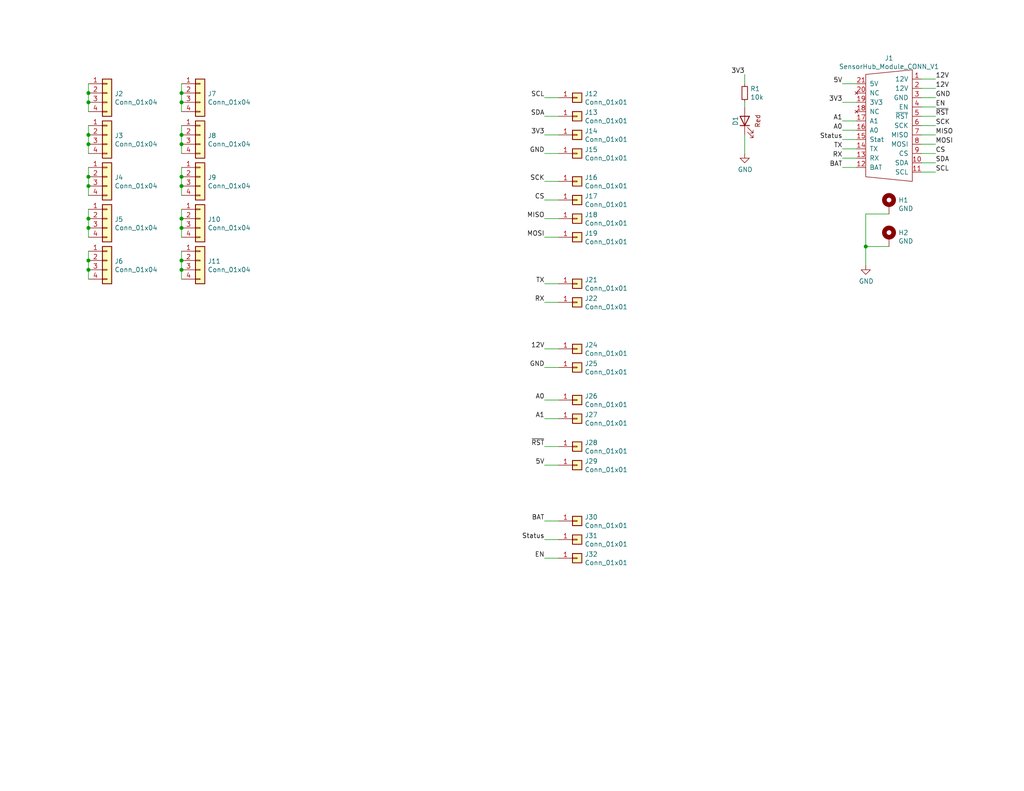
<source format=kicad_sch>
(kicad_sch (version 20211123) (generator eeschema)
  (paper "USLetter")
  (title_block (title "SensorHub Module Development Board") (date "2021-10-12") (rev "V1.0") (company "Columbia-ICSL") (comment 1 "Author: Scott Zhao"))
  (lib_symbols
    (symbol "Connector_Generic:Conn_01x01" (pin_names (offset 1.016) hide)
      (property "Reference" "J" (at 0 2.54 0))
      (property "Value" "Conn_01x01" (at 0 -2.54 0))
      (symbol "Conn_01x01_1_1"
        (rectangle (start -1.27 0.127) (end 0 -0.127) (stroke (width 0.1524)))
        (rectangle (start -1.27 1.27) (end 1.27 -1.27) (stroke (width 0.254)) (fill (type background)))
        (pin passive line (at -5.08 0 0) (length 3.81) (name "Pin_1") (number "1"))
      )
    )
    (symbol "Connector_Generic:Conn_01x04" (pin_names (offset 1.016) hide)
      (property "Reference" "J" (at 0 5.08 0))
      (property "Value" "Conn_01x04" (at 0 -7.62 0))
      (symbol "Conn_01x04_1_1"
        (rectangle (start -1.27 -4.953) (end 0 -5.207) (stroke (width 0.1524)))
        (rectangle (start -1.27 -2.413) (end 0 -2.667) (stroke (width 0.1524)))
        (rectangle (start -1.27 0.127) (end 0 -0.127) (stroke (width 0.1524)))
        (rectangle (start -1.27 2.667) (end 0 2.413) (stroke (width 0.1524)))
        (rectangle (start -1.27 3.81) (end 1.27 -6.35) (stroke (width 0.254)) (fill (type background)))
        (pin passive line (at -5.08 2.54 0) (length 3.81) (name "Pin_1") (number "1"))
        (pin passive line (at -5.08 0 0) (length 3.81) (name "Pin_2") (number "2"))
        (pin passive line (at -5.08 -2.54 0) (length 3.81) (name "Pin_3") (number "3"))
        (pin passive line (at -5.08 -5.08 0) (length 3.81) (name "Pin_4") (number "4"))
      )
    )
    (symbol "ICSL:SensorHub_Module_CONN_V1" (pin_names (offset 1.016))
      (property "Reference" "J" (at 0 15.24 0))
      (property "Value" "SensorHub_Module_CONN_V1" (at 0 13.97 0))
      (symbol "SensorHub_Module_CONN_V1_0_0"
        (polyline (pts (xy 6.35 12.7) (xy -6.35 11.43) (xy -6.35 -16.51) (xy 6.35 -17.78) (xy 6.35 12.7)))
      )
      (symbol "SensorHub_Module_CONN_V1_1_1"
        (pin power_out line (at 8.89 10.16 180) (length 2.54) (name "12V") (number "1"))
        (pin bidirectional line (at 8.89 -12.7 180) (length 2.54) (name "SDA") (number "10"))
        (pin output line (at 8.89 -15.24 180) (length 2.54) (name "SCL") (number "11"))
        (pin output line (at -8.89 -13.97 0) (length 2.54) (name "BAT") (number "12"))
        (pin input line (at -8.89 -11.43 0) (length 2.54) (name "RX") (number "13"))
        (pin output line (at -8.89 -8.89 0) (length 2.54) (name "TX") (number "14"))
        (pin input line (at -8.89 -6.35 0) (length 2.54) (name "Stat") (number "15"))
        (pin input line (at -8.89 -3.81 0) (length 2.54) (name "A0") (number "16"))
        (pin input line (at -8.89 -1.27 0) (length 2.54) (name "A1") (number "17"))
        (pin no_connect line (at -8.89 1.27 0) (length 2.54) (name "NC") (number "18"))
        (pin power_out line (at -8.89 3.81 0) (length 2.54) (name "3V3") (number "19"))
        (pin power_in line (at 8.89 7.62 180) (length 2.54) (name "12V") (number "2"))
        (pin no_connect line (at -8.89 6.35 0) (length 2.54) (name "NC") (number "20"))
        (pin power_out line (at -8.89 8.89 0) (length 2.54) (name "5V") (number "21"))
        (pin power_out line (at 8.89 5.08 180) (length 2.54) (name "GND") (number "3"))
        (pin output line (at 8.89 2.54 180) (length 2.54) (name "EN") (number "4"))
        (pin output line (at 8.89 0 180) (length 2.54) (name "~{RST}") (number "5"))
        (pin output line (at 8.89 -2.54 180) (length 2.54) (name "SCK") (number "6"))
        (pin input line (at 8.89 -5.08 180) (length 2.54) (name "MISO") (number "7"))
        (pin output line (at 8.89 -7.62 180) (length 2.54) (name "MOSI") (number "8"))
        (pin output line (at 8.89 -10.16 180) (length 2.54) (name "CS") (number "9"))
      )
    )
    (symbol "Mechanical:MountingHole_Pad" (pin_numbers hide) (pin_names (offset 1.016) hide)
      (property "Reference" "H" (at 0 6.35 0))
      (property "Value" "MountingHole_Pad" (at 0 4.445 0))
      (symbol "MountingHole_Pad_0_1"
        (circle (center 0 1.27) (radius 1.27) (stroke (width 1.27)))
      )
      (symbol "MountingHole_Pad_1_1"
        (pin input line (at 0 -2.54 90) (length 2.54) (name "1") (number "1"))
      )
    )
    (symbol "jlcpcb-basic-resistor-0402:10k" (pin_numbers hide) (pin_names (offset 1.016) hide)
      (property "Reference" "R" (at 2.032 0 90))
      (property "Value" "10k" (at 0 0 90))
      (symbol "10k_0_1"
        (rectangle (start -0.762 1.778) (end 0.762 -1.778) (stroke (width 0.2032)))
      )
      (symbol "10k_1_1"
        (pin passive line (at 0 2.54 270) (length 0.762) (name "~") (number "1"))
        (pin passive line (at 0 -2.54 90) (length 0.762) (name "~") (number "2"))
      )
    )
    (symbol "jlcsmt-rcl:LED_0603_Red" (pin_numbers hide) (pin_names (offset 1.016) hide)
      (property "Reference" "D" (at 0 2.54 0))
      (symbol "LED_0603_Red_0_0"
        (text "Red" (at 0 -3.556 0) (effects (font (size 1.27 1.27))))
      )
      (symbol "LED_0603_Red_0_1"
        (polyline (pts (xy -1.27 -1.27) (xy -1.27 1.27)) (stroke (width 0.254)))
        (polyline (pts (xy -1.27 0) (xy 1.27 0)))
        (polyline (pts (xy 1.27 -1.27) (xy 1.27 1.27) (xy -1.27 0) (xy 1.27 -1.27)) (stroke (width 0.254)))
        (polyline (pts (xy -3.048 -0.762) (xy -4.572 -2.286) (xy -3.81 -2.286) (xy -4.572 -2.286) (xy -4.572 -1.524)))
        (polyline (pts (xy -1.778 -0.762) (xy -3.302 -2.286) (xy -2.54 -2.286) (xy -3.302 -2.286) (xy -3.302 -1.524)))
      )
      (symbol "LED_0603_Red_1_1"
        (pin passive line (at -3.81 0 0) (length 2.54) (name "K") (number "1"))
        (pin passive line (at 3.81 0 180) (length 2.54) (name "A") (number "2"))
      )
    )
    (symbol "power:GND" (power) (pin_names (offset 0))
      (property "Value" "GND" (at 0 -3.81 0))
      (symbol "GND_0_1"
        (polyline (pts (xy 0 0) (xy 0 -1.27) (xy 1.27 -1.27) (xy 0 -2.54) (xy -1.27 -1.27) (xy 0 -1.27)))
      )
      (symbol "GND_1_1"
        (pin power_in line (at 0 0 270) (length 0) hide (name "GND") (number "1"))
      )
    )
  )
  (junction (at 49.53 48.26))
  (junction (at 49.53 36.83))
  (junction (at 24.13 59.69))
  (junction (at 24.13 25.4))
  (junction (at 49.53 73.66))
  (junction (at 49.53 39.37))
  (junction (at 24.13 62.23))
  (junction (at 49.53 62.23))
  (junction (at 49.53 27.94))
  (junction (at 24.13 36.83))
  (junction (at 24.13 39.37))
  (junction (at 236.22 67.31))
  (junction (at 49.53 59.69))
  (junction (at 24.13 50.8))
  (junction (at 49.53 50.8))
  (junction (at 24.13 73.66))
  (junction (at 24.13 27.94))
  (junction (at 49.53 71.12))
  (junction (at 24.13 48.26))
  (junction (at 24.13 71.12))
  (junction (at 49.53 25.4))
  (wire (pts (xy 152.4 95.25) (xy 148.59 95.25)))
  (wire (pts (xy 24.13 62.23) (xy 24.13 64.77)))
  (wire (pts (xy 152.4 54.61) (xy 148.59 54.61)))
  (wire (pts (xy 152.4 147.32) (xy 148.59 147.32)))
  (wire (pts (xy 49.53 25.4) (xy 49.53 27.94)))
  (wire (pts (xy 24.13 71.12) (xy 24.13 73.66)))
  (wire (pts (xy 229.87 27.94) (xy 233.68 27.94)))
  (wire (pts (xy 24.13 36.83) (xy 24.13 39.37)))
  (wire (pts (xy 24.13 27.94) (xy 24.13 30.48)))
  (wire (pts (xy 49.53 22.86) (xy 49.53 25.4)))
  (wire (pts (xy 152.4 49.53) (xy 148.59 49.53)))
  (wire (pts (xy 152.4 109.22) (xy 148.59 109.22)))
  (wire (pts (xy 49.53 59.69) (xy 49.53 62.23)))
  (wire (pts (xy 24.13 34.29) (xy 24.13 36.83)))
  (wire (pts (xy 152.4 26.67) (xy 148.59 26.67)))
  (wire (pts (xy 203.2 27.94) (xy 203.2 29.21)))
  (wire (pts (xy 49.53 39.37) (xy 49.53 41.91)))
  (wire (pts (xy 152.4 77.47) (xy 148.59 77.47)))
  (wire (pts (xy 251.46 21.59) (xy 255.27 21.59)))
  (wire (pts (xy 49.53 36.83) (xy 49.53 39.37)))
  (wire (pts (xy 152.4 142.24) (xy 148.59 142.24)))
  (wire (pts (xy 236.22 72.39) (xy 236.22 67.31)))
  (wire (pts (xy 251.46 31.75) (xy 255.27 31.75)))
  (wire (pts (xy 49.53 50.8) (xy 49.53 53.34)))
  (wire (pts (xy 229.87 35.56) (xy 233.68 35.56)))
  (wire (pts (xy 251.46 44.45) (xy 255.27 44.45)))
  (wire (pts (xy 24.13 39.37) (xy 24.13 41.91)))
  (wire (pts (xy 251.46 36.83) (xy 255.27 36.83)))
  (wire (pts (xy 24.13 50.8) (xy 24.13 53.34)))
  (wire (pts (xy 251.46 26.67) (xy 255.27 26.67)))
  (wire (pts (xy 229.87 43.18) (xy 233.68 43.18)))
  (wire (pts (xy 49.53 62.23) (xy 49.53 64.77)))
  (wire (pts (xy 152.4 41.91) (xy 148.59 41.91)))
  (wire (pts (xy 152.4 36.83) (xy 148.59 36.83)))
  (wire (pts (xy 251.46 24.13) (xy 255.27 24.13)))
  (wire (pts (xy 251.46 41.91) (xy 255.27 41.91)))
  (wire (pts (xy 152.4 121.92) (xy 148.59 121.92)))
  (wire (pts (xy 24.13 73.66) (xy 24.13 76.2)))
  (wire (pts (xy 152.4 152.4) (xy 148.59 152.4)))
  (wire (pts (xy 152.4 114.3) (xy 148.59 114.3)))
  (wire (pts (xy 152.4 64.77) (xy 148.59 64.77)))
  (wire (pts (xy 236.22 67.31) (xy 236.22 58.42)))
  (wire (pts (xy 49.53 68.58) (xy 49.53 71.12)))
  (wire (pts (xy 152.4 59.69) (xy 148.59 59.69)))
  (wire (pts (xy 24.13 48.26) (xy 24.13 50.8)))
  (wire (pts (xy 49.53 57.15) (xy 49.53 59.69)))
  (wire (pts (xy 229.87 40.64) (xy 233.68 40.64)))
  (wire (pts (xy 49.53 45.72) (xy 49.53 48.26)))
  (wire (pts (xy 49.53 48.26) (xy 49.53 50.8)))
  (wire (pts (xy 24.13 59.69) (xy 24.13 62.23)))
  (wire (pts (xy 152.4 127) (xy 148.59 127)))
  (wire (pts (xy 49.53 27.94) (xy 49.53 30.48)))
  (wire (pts (xy 152.4 100.33) (xy 148.59 100.33)))
  (wire (pts (xy 229.87 45.72) (xy 233.68 45.72)))
  (wire (pts (xy 229.87 38.1) (xy 233.68 38.1)))
  (wire (pts (xy 229.87 22.86) (xy 233.68 22.86)))
  (wire (pts (xy 251.46 46.99) (xy 255.27 46.99)))
  (wire (pts (xy 152.4 31.75) (xy 148.59 31.75)))
  (wire (pts (xy 203.2 20.32) (xy 203.2 22.86)))
  (wire (pts (xy 24.13 57.15) (xy 24.13 59.69)))
  (wire (pts (xy 236.22 58.42) (xy 242.57 58.42)))
  (wire (pts (xy 24.13 68.58) (xy 24.13 71.12)))
  (wire (pts (xy 152.4 82.55) (xy 148.59 82.55)))
  (wire (pts (xy 49.53 73.66) (xy 49.53 76.2)))
  (wire (pts (xy 24.13 22.86) (xy 24.13 25.4)))
  (wire (pts (xy 251.46 39.37) (xy 255.27 39.37)))
  (wire (pts (xy 229.87 33.02) (xy 233.68 33.02)))
  (wire (pts (xy 24.13 45.72) (xy 24.13 48.26)))
  (wire (pts (xy 49.53 71.12) (xy 49.53 73.66)))
  (wire (pts (xy 251.46 29.21) (xy 255.27 29.21)))
  (wire (pts (xy 236.22 67.31) (xy 242.57 67.31)))
  (wire (pts (xy 251.46 34.29) (xy 255.27 34.29)))
  (wire (pts (xy 49.53 34.29) (xy 49.53 36.83)))
  (wire (pts (xy 24.13 25.4) (xy 24.13 27.94)))
  (wire (pts (xy 203.2 41.91) (xy 203.2 36.83)))
  (label "3V3" (at 229.87 27.94 180))
  (label "SCK" (at 255.27 34.29 0))
  (label "Status" (at 148.59 147.32 180))
  (label "CS" (at 255.27 41.91 0))
  (label "MISO" (at 148.59 59.69 180))
  (label "GND" (at 148.59 100.33 180))
  (label "3V3" (at 148.59 36.83 180))
  (label "SCL" (at 255.27 46.99 0))
  (label "MISO" (at 255.27 36.83 0))
  (label "A0" (at 148.59 109.22 180))
  (label "TX" (at 148.59 77.47 180))
  (label "3V3" (at 203.2 20.32 180))
  (label "12V" (at 148.59 95.25 180))
  (label "SDA" (at 148.59 31.75 180))
  (label "RX" (at 229.87 43.18 180))
  (label "CS" (at 148.59 54.61 180))
  (label "12V" (at 255.27 21.59 0))
  (label "MOSI" (at 148.59 64.77 180))
  (label "RX" (at 148.59 82.55 180))
  (label "5V" (at 229.87 22.86 180))
  (label "EN" (at 255.27 29.21 0))
  (label "SCK" (at 148.59 49.53 180))
  (label "Status" (at 229.87 38.1 180))
  (label "12V" (at 255.27 24.13 0))
  (label "~{RST}" (at 255.27 31.75 0))
  (label "TX" (at 229.87 40.64 180))
  (label "A1" (at 229.87 33.02 180))
  (label "A1" (at 148.59 114.3 180))
  (label "GND" (at 148.59 41.91 180))
  (label "SCL" (at 148.59 26.67 180))
  (label "~{RST}" (at 148.59 121.92 180))
  (label "5V" (at 148.59 127 180))
  (label "MOSI" (at 255.27 39.37 0))
  (label "SDA" (at 255.27 44.45 0))
  (label "EN" (at 148.59 152.4 180))
  (label "GND" (at 255.27 26.67 0))
  (label "BAT" (at 148.59 142.24 180))
  (label "BAT" (at 229.87 45.72 180))
  (label "A0" (at 229.87 35.56 180))
  (symbol (lib_id "Mechanical:MountingHole_Pad") (at 242.57 55.88 0) (unit 1)
    (property "Reference" "H1" (at 245.11 54.6354 0) (effects (justify left)))
    (property "Value" "GND" (at 245.11 56.9468 0) (effects (justify left)))
    (property "Footprint" "ICSL:M1502-B-2545-AL-TOP" (effects hide))
  )
  (symbol (lib_id "Mechanical:MountingHole_Pad") (at 242.57 64.77 0) (unit 1)
    (property "Reference" "H2" (at 245.11 63.5254 0) (effects (justify left)))
    (property "Value" "GND" (at 245.11 65.8368 0) (effects (justify left)))
    (property "Footprint" "ICSL:M1502-B-2545-AL-TOP" (effects hide))
  )
  (symbol (lib_id "power:GND") (at 236.22 72.39 0) (unit 1)
    (property "Reference" "#PWR02" (effects hide))
    (property "Value" "GND" (at 236.347 76.7842 0))
  )
  (symbol (lib_id "ICSL:SensorHub_Module_CONN_V1") (at 242.57 31.75 0) (unit 1)
    (property "Reference" "J1" (at 242.57 15.875 0))
    (property "Value" "SensorHub_Module_CONN_V1" (at 242.57 18.1864 0))
    (property "Footprint" "ICSL:Amphenol_91911-31321LF_PLUG" (effects hide))
    (property "Datasheet" "https://cdn.amphenol-icc.com/media/wysiwyg/files/drawing/91900.pdf" (effects hide))
    (property "Digikey" "https://www.digikey.com/en/products/detail/91911-31321LF/609-3424-1-ND/1878870" (effects hide))
    (property "Mouser" "https://www.mouser.com/ProductDetail/Amphenol-FCI/91911-31321LF?qs=%2Fha2pyFaduiAL3QUtjqByRY4UbDZTfXX%2F4B%2F4DcqSGV286jFDbRjHhs78oVtYekl" (effects hide))
  )
  (symbol (lib_id "jlcpcb-basic-resistor-0402:10k") (at 203.2 25.4 0) (unit 1)
    (property "Reference" "R1" (at 204.6986 24.2316 0) (effects (justify left)))
    (property "Value" "10k" (at 204.6986 26.543 0) (effects (justify left)))
    (property "Footprint" "R_0402_1005Metric" (effects hide))
    (property "Datasheet" "https://datasheet.lcsc.com/szlcsc/Uniroyal-Elec-0402WGF1002TCE_C25744.pdf" (effects hide))
    (property "LCSC" "C25744" (effects hide))
  )
  (symbol (lib_id "power:GND") (at 203.2 41.91 0) (unit 1)
    (property "Reference" "#PWR01" (effects hide))
    (property "Value" "GND" (at 203.327 46.3042 0))
  )
  (symbol (lib_id "Connector_Generic:Conn_01x04") (at 29.21 25.4 0) (unit 1)
    (property "Reference" "J2" (at 31.242 25.6032 0) (effects (justify left)))
    (property "Value" "Conn_01x04" (at 31.242 27.9146 0) (effects (justify left)))
    (property "Footprint" "ICSL:PinHeader_1x04_2.54mm_NoSilk" (effects hide))
  )
  (symbol (lib_id "Connector_Generic:Conn_01x04") (at 29.21 36.83 0) (unit 1)
    (property "Reference" "J3" (at 31.242 37.0332 0) (effects (justify left)))
    (property "Value" "Conn_01x04" (at 31.242 39.3446 0) (effects (justify left)))
    (property "Footprint" "ICSL:PinHeader_1x04_2.54mm_NoSilk" (effects hide))
  )
  (symbol (lib_id "Connector_Generic:Conn_01x04") (at 29.21 48.26 0) (unit 1)
    (property "Reference" "J4" (at 31.242 48.4632 0) (effects (justify left)))
    (property "Value" "Conn_01x04" (at 31.242 50.7746 0) (effects (justify left)))
    (property "Footprint" "ICSL:PinHeader_1x04_2.54mm_NoSilk" (effects hide))
  )
  (symbol (lib_id "Connector_Generic:Conn_01x04") (at 29.21 59.69 0) (unit 1)
    (property "Reference" "J5" (at 31.242 59.8932 0) (effects (justify left)))
    (property "Value" "Conn_01x04" (at 31.242 62.2046 0) (effects (justify left)))
    (property "Footprint" "ICSL:PinHeader_1x04_2.54mm_NoSilk" (effects hide))
  )
  (symbol (lib_id "Connector_Generic:Conn_01x04") (at 29.21 71.12 0) (unit 1)
    (property "Reference" "J6" (at 31.242 71.3232 0) (effects (justify left)))
    (property "Value" "Conn_01x04" (at 31.242 73.6346 0) (effects (justify left)))
    (property "Footprint" "ICSL:PinHeader_1x04_2.54mm_NoSilk" (effects hide))
  )
  (symbol (lib_id "Connector_Generic:Conn_01x04") (at 54.61 25.4 0) (unit 1)
    (property "Reference" "J7" (at 56.642 25.6032 0) (effects (justify left)))
    (property "Value" "Conn_01x04" (at 56.642 27.9146 0) (effects (justify left)))
    (property "Footprint" "ICSL:PinHeader_1x04_2.54mm_NoSilk" (effects hide))
  )
  (symbol (lib_id "Connector_Generic:Conn_01x04") (at 54.61 36.83 0) (unit 1)
    (property "Reference" "J8" (at 56.642 37.0332 0) (effects (justify left)))
    (property "Value" "Conn_01x04" (at 56.642 39.3446 0) (effects (justify left)))
    (property "Footprint" "ICSL:PinHeader_1x04_2.54mm_NoSilk" (effects hide))
  )
  (symbol (lib_id "Connector_Generic:Conn_01x04") (at 54.61 48.26 0) (unit 1)
    (property "Reference" "J9" (at 56.642 48.4632 0) (effects (justify left)))
    (property "Value" "Conn_01x04" (at 56.642 50.7746 0) (effects (justify left)))
    (property "Footprint" "ICSL:PinHeader_1x04_2.54mm_NoSilk" (effects hide))
  )
  (symbol (lib_id "Connector_Generic:Conn_01x04") (at 54.61 59.69 0) (unit 1)
    (property "Reference" "J10" (at 56.642 59.8932 0) (effects (justify left)))
    (property "Value" "Conn_01x04" (at 56.642 62.2046 0) (effects (justify left)))
    (property "Footprint" "ICSL:PinHeader_1x04_2.54mm_NoSilk" (effects hide))
  )
  (symbol (lib_id "Connector_Generic:Conn_01x04") (at 54.61 71.12 0) (unit 1)
    (property "Reference" "J11" (at 56.642 71.3232 0) (effects (justify left)))
    (property "Value" "Conn_01x04" (at 56.642 73.6346 0) (effects (justify left)))
    (property "Footprint" "ICSL:PinHeader_1x04_2.54mm_NoSilk" (effects hide))
  )
  (symbol (lib_id "Connector_Generic:Conn_01x01") (at 157.48 26.67 0) (unit 1)
    (property "Reference" "J12" (at 159.512 25.6032 0) (effects (justify left)))
    (property "Value" "Conn_01x01" (at 159.512 27.9146 0) (effects (justify left)))
    (property "Footprint" "ICSL:PinHeader_1x01_NoSilk" (effects hide))
  )
  (symbol (lib_id "Connector_Generic:Conn_01x01") (at 157.48 31.75 0) (unit 1)
    (property "Reference" "J13" (at 159.512 30.6832 0) (effects (justify left)))
    (property "Value" "Conn_01x01" (at 159.512 32.9946 0) (effects (justify left)))
    (property "Footprint" "ICSL:PinHeader_1x01_NoSilk" (effects hide))
  )
  (symbol (lib_id "Connector_Generic:Conn_01x01") (at 157.48 36.83 0) (unit 1)
    (property "Reference" "J14" (at 159.512 35.7632 0) (effects (justify left)))
    (property "Value" "Conn_01x01" (at 159.512 38.0746 0) (effects (justify left)))
    (property "Footprint" "ICSL:PinHeader_1x01_NoSilk" (effects hide))
  )
  (symbol (lib_id "Connector_Generic:Conn_01x01") (at 157.48 41.91 0) (unit 1)
    (property "Reference" "J15" (at 159.512 40.8432 0) (effects (justify left)))
    (property "Value" "Conn_01x01" (at 159.512 43.1546 0) (effects (justify left)))
    (property "Footprint" "ICSL:PinHeader_1x01_NoSilk" (effects hide))
  )
  (symbol (lib_id "Connector_Generic:Conn_01x01") (at 157.48 49.53 0) (unit 1)
    (property "Reference" "J16" (at 159.512 48.4632 0) (effects (justify left)))
    (property "Value" "Conn_01x01" (at 159.512 50.7746 0) (effects (justify left)))
    (property "Footprint" "ICSL:PinHeader_1x01_NoSilk" (effects hide))
  )
  (symbol (lib_id "Connector_Generic:Conn_01x01") (at 157.48 54.61 0) (unit 1)
    (property "Reference" "J17" (at 159.512 53.5432 0) (effects (justify left)))
    (property "Value" "Conn_01x01" (at 159.512 55.8546 0) (effects (justify left)))
    (property "Footprint" "ICSL:PinHeader_1x01_NoSilk" (effects hide))
  )
  (symbol (lib_id "Connector_Generic:Conn_01x01") (at 157.48 59.69 0) (unit 1)
    (property "Reference" "J18" (at 159.512 58.6232 0) (effects (justify left)))
    (property "Value" "Conn_01x01" (at 159.512 60.9346 0) (effects (justify left)))
    (property "Footprint" "ICSL:PinHeader_1x01_NoSilk" (effects hide))
  )
  (symbol (lib_id "Connector_Generic:Conn_01x01") (at 157.48 64.77 0) (unit 1)
    (property "Reference" "J19" (at 159.512 63.7032 0) (effects (justify left)))
    (property "Value" "Conn_01x01" (at 159.512 66.0146 0) (effects (justify left)))
    (property "Footprint" "ICSL:PinHeader_1x01_NoSilk" (effects hide))
  )
  (symbol (lib_id "Connector_Generic:Conn_01x01") (at 157.48 77.47 0) (unit 1)
    (property "Reference" "J21" (at 159.512 76.4032 0) (effects (justify left)))
    (property "Value" "Conn_01x01" (at 159.512 78.7146 0) (effects (justify left)))
    (property "Footprint" "ICSL:PinHeader_1x01_NoSilk" (effects hide))
  )
  (symbol (lib_id "Connector_Generic:Conn_01x01") (at 157.48 82.55 0) (unit 1)
    (property "Reference" "J22" (at 159.512 81.4832 0) (effects (justify left)))
    (property "Value" "Conn_01x01" (at 159.512 83.7946 0) (effects (justify left)))
    (property "Footprint" "ICSL:PinHeader_1x01_NoSilk" (effects hide))
  )
  (symbol (lib_id "Connector_Generic:Conn_01x01") (at 157.48 95.25 0) (unit 1)
    (property "Reference" "J24" (at 159.512 94.1832 0) (effects (justify left)))
    (property "Value" "Conn_01x01" (at 159.512 96.4946 0) (effects (justify left)))
    (property "Footprint" "ICSL:PinHeader_1x01_NoSilk" (effects hide))
  )
  (symbol (lib_id "Connector_Generic:Conn_01x01") (at 157.48 100.33 0) (unit 1)
    (property "Reference" "J25" (at 159.512 99.2632 0) (effects (justify left)))
    (property "Value" "Conn_01x01" (at 159.512 101.5746 0) (effects (justify left)))
    (property "Footprint" "ICSL:PinHeader_1x01_NoSilk" (effects hide))
  )
  (symbol (lib_id "Connector_Generic:Conn_01x01") (at 157.48 109.22 0) (unit 1)
    (property "Reference" "J26" (at 159.512 108.1532 0) (effects (justify left)))
    (property "Value" "Conn_01x01" (at 159.512 110.4646 0) (effects (justify left)))
    (property "Footprint" "ICSL:PinHeader_1x01_NoSilk" (effects hide))
  )
  (symbol (lib_id "Connector_Generic:Conn_01x01") (at 157.48 114.3 0) (unit 1)
    (property "Reference" "J27" (at 159.512 113.2332 0) (effects (justify left)))
    (property "Value" "Conn_01x01" (at 159.512 115.5446 0) (effects (justify left)))
    (property "Footprint" "ICSL:PinHeader_1x01_NoSilk" (effects hide))
  )
  (symbol (lib_id "Connector_Generic:Conn_01x01") (at 157.48 121.92 0) (unit 1)
    (property "Reference" "J28" (at 159.512 120.8532 0) (effects (justify left)))
    (property "Value" "Conn_01x01" (at 159.512 123.1646 0) (effects (justify left)))
    (property "Footprint" "ICSL:PinHeader_1x01_NoSilk" (effects hide))
  )
  (symbol (lib_id "Connector_Generic:Conn_01x01") (at 157.48 127 0) (unit 1)
    (property "Reference" "J29" (at 159.512 125.9332 0) (effects (justify left)))
    (property "Value" "Conn_01x01" (at 159.512 128.2446 0) (effects (justify left)))
    (property "Footprint" "ICSL:PinHeader_1x01_NoSilk" (effects hide))
  )
  (symbol (lib_id "Connector_Generic:Conn_01x01") (at 157.48 142.24 0) (unit 1)
    (property "Reference" "J30" (at 159.512 141.1732 0) (effects (justify left)))
    (property "Value" "Conn_01x01" (at 159.512 143.4846 0) (effects (justify left)))
    (property "Footprint" "ICSL:PinHeader_1x01_NoSilk" (effects hide))
  )
  (symbol (lib_id "Connector_Generic:Conn_01x01") (at 157.48 147.32 0) (unit 1)
    (property "Reference" "J31" (at 159.512 146.2532 0) (effects (justify left)))
    (property "Value" "Conn_01x01" (at 159.512 148.5646 0) (effects (justify left)))
    (property "Footprint" "ICSL:PinHeader_1x01_NoSilk" (effects hide))
  )
  (symbol (lib_id "Connector_Generic:Conn_01x01") (at 157.48 152.4 0) (unit 1)
    (property "Reference" "J32" (at 159.512 151.3332 0) (effects (justify left)))
    (property "Value" "Conn_01x01" (at 159.512 153.6446 0) (effects (justify left)))
    (property "Footprint" "ICSL:PinHeader_1x01_NoSilk" (effects hide))
  )
  (symbol (lib_id "jlcsmt-rcl:LED_0603_Red") (at 203.2 33.02 90) (unit 1)
    (property "Reference" "D1" (at 200.66 33.02 0))
    (property "Value" "LED_0603_Red" (effects hide))
    (property "Footprint" "jlcsmt:LED_0603_1608Metric" (effects hide))
    (property "Datasheet" "https://datasheet.lcsc.com/lcsc/1810231112_Hubei-KENTO-Elec-KT-0603R_C2286.pdf" (effects hide))
    (property "MFR" "Hubei KENTO Elec" (effects hide))
    (property "MFR Part#" "KT-0603R" (effects hide))
    (property "LCSC" "C2286" (effects hide))
  )
)
</source>
